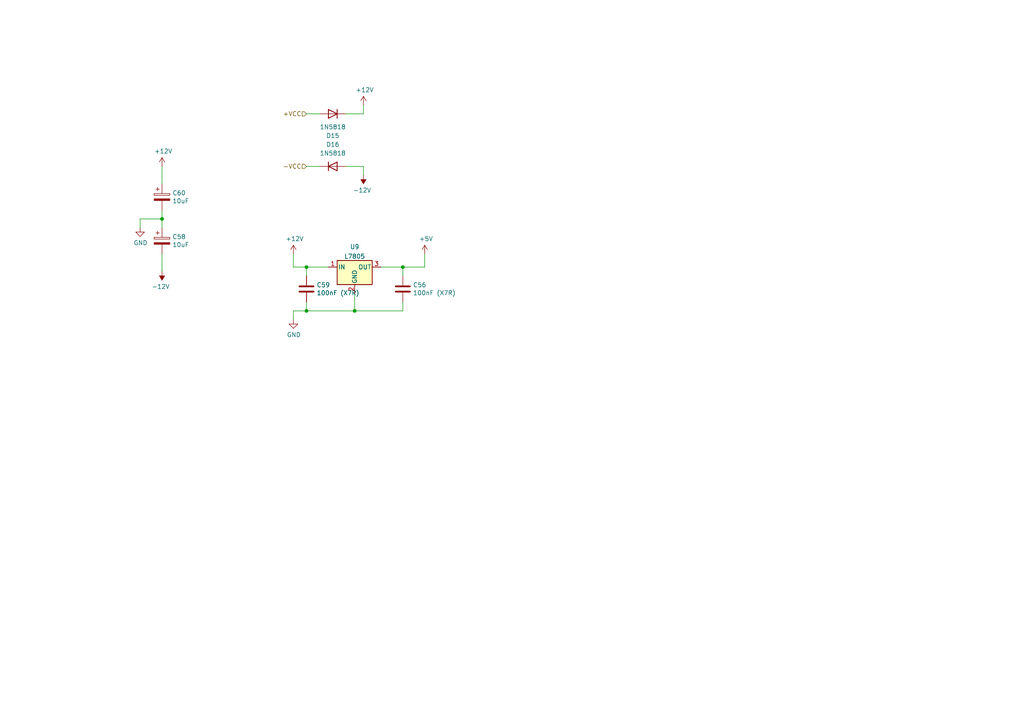
<source format=kicad_sch>
(kicad_sch (version 20211123) (generator eeschema)
  (paper "A4")
  (title_block (date "2022-02-11") (rev "v04") (comment 2 "creativecommons.org/licenses/by/4.0/") (comment 3 "License: CC BY 4.0") (comment 4 "Author: Guy John"))
  (lib_symbols
    (symbol "Device:C" (pin_numbers hide) (pin_names (offset 0.254))
      (property "Reference" "C" (at 0.635 2.54 0))
      (property "Value" "C" (at 0.635 -2.54 0))
      (symbol "C_0_1"
        (polyline (pts (xy -2.032 -0.762) (xy 2.032 -0.762)) (stroke (width 0.508)))
        (polyline (pts (xy -2.032 0.762) (xy 2.032 0.762)) (stroke (width 0.508)))
      )
      (symbol "C_1_1"
        (pin passive line (at 0 3.81 270) (length 2.794) (name "~") (number "1"))
        (pin passive line (at 0 -3.81 90) (length 2.794) (name "~") (number "2"))
      )
    )
    (symbol "Device:C_Polarized" (pin_numbers hide) (pin_names (offset 0.254))
      (property "Reference" "C" (at 0.635 2.54 0))
      (property "Value" "C_Polarized" (at 0.635 -2.54 0))
      (symbol "C_Polarized_0_1"
        (rectangle (start -2.286 0.508) (end 2.286 1.016))
        (polyline (pts (xy -1.778 2.286) (xy -0.762 2.286)))
        (polyline (pts (xy -1.27 2.794) (xy -1.27 1.778)))
        (rectangle (start 2.286 -0.508) (end -2.286 -1.016) (fill (type outline)))
      )
      (symbol "C_Polarized_1_1"
        (pin passive line (at 0 3.81 270) (length 2.794) (name "~") (number "1"))
        (pin passive line (at 0 -3.81 90) (length 2.794) (name "~") (number "2"))
      )
    )
    (symbol "Device:D" (pin_numbers hide) (pin_names (offset 1.016) hide)
      (property "Reference" "D" (at 0 2.54 0))
      (property "Value" "D" (at 0 -2.54 0))
      (symbol "D_0_1"
        (polyline (pts (xy -1.27 1.27) (xy -1.27 -1.27)) (stroke (width 0.254)))
        (polyline (pts (xy 1.27 0) (xy -1.27 0)))
        (polyline (pts (xy 1.27 1.27) (xy 1.27 -1.27) (xy -1.27 0) (xy 1.27 1.27)) (stroke (width 0.254)))
      )
      (symbol "D_1_1"
        (pin passive line (at -3.81 0 0) (length 2.54) (name "K") (number "1"))
        (pin passive line (at 3.81 0 180) (length 2.54) (name "A") (number "2"))
      )
    )
    (symbol "Regulator_Linear:L7805" (pin_names (offset 0.254))
      (property "Reference" "U" (at -3.81 3.175 0))
      (property "Value" "L7805" (at 0 3.175 0))
      (symbol "L7805_0_1"
        (rectangle (start -5.08 1.905) (end 5.08 -5.08) (stroke (width 0.254)) (fill (type background)))
      )
      (symbol "L7805_1_1"
        (pin power_in line (at -7.62 0 0) (length 2.54) (name "IN") (number "1"))
        (pin power_in line (at 0 -7.62 90) (length 2.54) (name "GND") (number "2"))
        (pin power_out line (at 7.62 0 180) (length 2.54) (name "OUT") (number "3"))
      )
    )
    (symbol "power:+12V" (power) (pin_names (offset 0))
      (property "Value" "+12V" (at 0 3.556 0))
      (symbol "+12V_0_1"
        (polyline (pts (xy -0.762 1.27) (xy 0 2.54)))
        (polyline (pts (xy 0 0) (xy 0 2.54)))
        (polyline (pts (xy 0 2.54) (xy 0.762 1.27)))
      )
      (symbol "+12V_1_1"
        (pin power_in line (at 0 0 90) (length 0) hide (name "+12V") (number "1"))
      )
    )
    (symbol "power:+5V" (power) (pin_names (offset 0))
      (property "Value" "+5V" (at 0 3.556 0))
      (symbol "+5V_0_1"
        (polyline (pts (xy -0.762 1.27) (xy 0 2.54)))
        (polyline (pts (xy 0 0) (xy 0 2.54)))
        (polyline (pts (xy 0 2.54) (xy 0.762 1.27)))
      )
      (symbol "+5V_1_1"
        (pin power_in line (at 0 0 90) (length 0) hide (name "+5V") (number "1"))
      )
    )
    (symbol "power:-12V" (power) (pin_names (offset 0))
      (property "Value" "-12V" (at 0 3.81 0))
      (symbol "-12V_0_0"
        (pin power_in line (at 0 0 90) (length 0) hide (name "-12V") (number "1"))
      )
      (symbol "-12V_0_1"
        (polyline (pts (xy 0 0) (xy 0 1.27) (xy 0.762 1.27) (xy 0 2.54) (xy -0.762 1.27) (xy 0 1.27)) (fill (type outline)))
      )
    )
    (symbol "power:GND" (power) (pin_names (offset 0))
      (property "Value" "GND" (at 0 -3.81 0))
      (symbol "GND_0_1"
        (polyline (pts (xy 0 0) (xy 0 -1.27) (xy 1.27 -1.27) (xy 0 -2.54) (xy -1.27 -1.27) (xy 0 -1.27)))
      )
      (symbol "GND_1_1"
        (pin power_in line (at 0 0 270) (length 0) hide (name "GND") (number "1"))
      )
    )
  )
  (junction (at 116.84 77.47))
  (junction (at 88.9 90.17))
  (junction (at 102.87 90.17))
  (junction (at 46.99 63.5))
  (junction (at 88.9 77.47))
  (wire (pts (xy 88.9 90.17) (xy 88.9 87.63)))
  (wire (pts (xy 88.9 90.17) (xy 102.87 90.17)))
  (wire (pts (xy 85.09 73.66) (xy 85.09 77.47)))
  (wire (pts (xy 116.84 77.47) (xy 123.19 77.47)))
  (wire (pts (xy 105.41 33.02) (xy 105.41 30.48)))
  (wire (pts (xy 102.87 85.09) (xy 102.87 90.17)))
  (wire (pts (xy 116.84 80.01) (xy 116.84 77.47)))
  (wire (pts (xy 100.33 33.02) (xy 105.41 33.02)))
  (wire (pts (xy 85.09 90.17) (xy 85.09 92.71)))
  (wire (pts (xy 88.9 33.02) (xy 92.71 33.02)))
  (wire (pts (xy 95.25 77.47) (xy 88.9 77.47)))
  (wire (pts (xy 40.64 63.5) (xy 40.64 66.04)))
  (wire (pts (xy 46.99 60.96) (xy 46.99 63.5)))
  (wire (pts (xy 116.84 87.63) (xy 116.84 90.17)))
  (wire (pts (xy 85.09 90.17) (xy 88.9 90.17)))
  (wire (pts (xy 102.87 90.17) (xy 116.84 90.17)))
  (wire (pts (xy 46.99 63.5) (xy 46.99 66.04)))
  (wire (pts (xy 110.49 77.47) (xy 116.84 77.47)))
  (wire (pts (xy 88.9 48.26) (xy 92.71 48.26)))
  (wire (pts (xy 46.99 73.66) (xy 46.99 78.74)))
  (wire (pts (xy 40.64 63.5) (xy 46.99 63.5)))
  (wire (pts (xy 88.9 77.47) (xy 88.9 80.01)))
  (wire (pts (xy 123.19 73.66) (xy 123.19 77.47)))
  (wire (pts (xy 105.41 48.26) (xy 105.41 50.8)))
  (wire (pts (xy 100.33 48.26) (xy 105.41 48.26)))
  (wire (pts (xy 46.99 48.26) (xy 46.99 53.34)))
  (wire (pts (xy 88.9 77.47) (xy 85.09 77.47)))
  (hierarchical_label "+VCC" (shape input) (at 88.9 33.02 180))
  (hierarchical_label "-VCC" (shape input) (at 88.9 48.26 180))
  (symbol (lib_id "Device:C") (at 116.84 83.82 180) (unit 1)
    (property "Reference" "C56" (at 119.761 82.6516 0) (effects (justify right)))
    (property "Value" "100nF (X7R)" (at 119.761 84.963 0) (effects (justify right)))
    (property "Footprint" "Rumblesan_Footprints:C_Rect_L7.0mm_W3.5mm_P5.00mm" (effects hide))
  )
  (symbol (lib_id "Device:C") (at 88.9 83.82 180) (unit 1)
    (property "Reference" "C59" (at 91.821 82.6516 0) (effects (justify right)))
    (property "Value" "100nF (X7R)" (at 91.821 84.963 0) (effects (justify right)))
    (property "Footprint" "Rumblesan_Footprints:C_Rect_L7.0mm_W3.5mm_P5.00mm" (effects hide))
  )
  (symbol (lib_id "Device:C_Polarized") (at 46.99 57.15 0) (unit 1)
    (property "Reference" "C60" (at 49.9872 55.9816 0) (effects (justify left)))
    (property "Value" "10uF" (at 49.9872 58.293 0) (effects (justify left)))
    (property "Footprint" "Rumblesan_Footprints:CP_Radial_D6.3mm_P2.50mm" (effects hide))
  )
  (symbol (lib_id "Device:C_Polarized") (at 46.99 69.85 0) (unit 1)
    (property "Reference" "C58" (at 49.9872 68.6816 0) (effects (justify left)))
    (property "Value" "10uF" (at 49.9872 70.993 0) (effects (justify left)))
    (property "Footprint" "Rumblesan_Footprints:CP_Radial_D6.3mm_P2.50mm" (effects hide))
  )
  (symbol (lib_id "Device:D") (at 96.52 33.02 180) (unit 1)
    (property "Reference" "D15" (at 96.52 39.37 0))
    (property "Value" "1N5818" (at 96.52 36.83 0))
    (property "Footprint" "Diode_THT:D_A-405_P10.16mm_Horizontal" (effects hide))
  )
  (symbol (lib_id "Device:D") (at 96.52 48.26 0) (unit 1)
    (property "Reference" "D16" (at 96.52 41.91 0))
    (property "Value" "1N5818" (at 96.52 44.45 0))
    (property "Footprint" "Diode_THT:D_A-405_P10.16mm_Horizontal" (effects hide))
  )
  (symbol (lib_id "Regulator_Linear:L7805") (at 102.87 77.47 0) (unit 1)
    (property "Reference" "U9" (at 102.87 71.5985 0))
    (property "Value" "L7805" (at 102.87 74.3736 0))
    (property "Footprint" "Package_TO_SOT_THT:TO-220-3_Horizontal_TabDown" (effects hide))
    (property "Datasheet" "http://www.st.com/content/ccc/resource/technical/document/datasheet/41/4f/b3/b0/12/d4/47/88/CD00000444.pdf/files/CD00000444.pdf/jcr:content/translations/en.CD00000444.pdf" (effects hide))
  )
  (symbol (lib_id "power:GND") (at 40.64 66.04 0) (unit 1)
    (property "Reference" "#PWR0170" (effects hide))
    (property "Value" "GND" (at 40.767 70.4342 0))
  )
  (symbol (lib_id "power:GND") (at 85.09 92.71 0) (unit 1)
    (property "Reference" "#PWR0175" (effects hide))
    (property "Value" "GND" (at 85.217 97.1042 0))
  )
  (symbol (lib_id "power:-12V") (at 105.41 50.8 180) (unit 1)
    (property "Reference" "#PWR0176" (effects hide))
    (property "Value" "-12V" (at 105.029 55.1942 0))
  )
  (symbol (lib_id "power:+12V") (at 85.09 73.66 0) (unit 1)
    (property "Reference" "#PWR0172" (effects hide))
    (property "Value" "+12V" (at 85.471 69.2658 0))
  )
  (symbol (lib_id "power:+12V") (at 46.99 48.26 0) (unit 1)
    (property "Reference" "#PWR0174" (effects hide))
    (property "Value" "+12V" (at 47.371 43.8658 0))
  )
  (symbol (lib_id "power:+5V") (at 123.19 73.66 0) (unit 1)
    (property "Reference" "#PWR0177" (effects hide))
    (property "Value" "+5V" (at 123.571 69.2658 0))
  )
  (symbol (lib_id "power:-12V") (at 46.99 78.74 180) (unit 1)
    (property "Reference" "#PWR0171" (effects hide))
    (property "Value" "-12V" (at 46.609 83.1342 0))
  )
  (symbol (lib_id "power:+12V") (at 105.41 30.48 0) (unit 1)
    (property "Reference" "#PWR0173" (effects hide))
    (property "Value" "+12V" (at 105.791 26.0858 0))
  )
)
</source>
